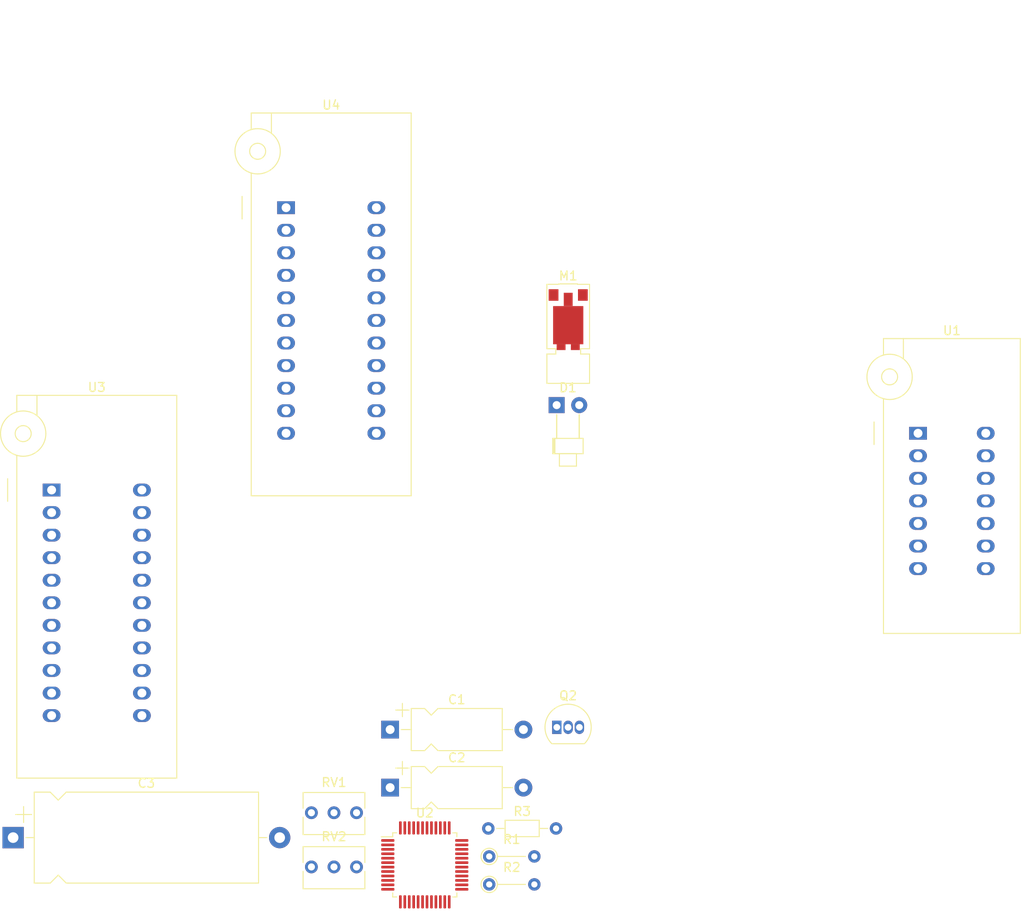
<source format=kicad_pcb>
(kicad_pcb (version 20221018) (generator pcbnew)
  (layers (0 "F.Cu" signal) (31 "B.Cu" signal) (34 "B.Paste" user) (35 "F.Paste" user) (36 "B.SilkS" user "B.Silkscreen") (37 "F.SilkS" user "F.Silkscreen") (38 "B.Mask" user) (39 "F.Mask" user) (44 "Edge.Cuts" user))
  (net 0 "")
  (net 1 "+5V")
  (net 2 "GND")
  (net 3 "Net-(U4A-+)")
  (net 4 "+3V3")
  (net 5 "Net-(D1-K)")
  (net 6 "ENCODER_SIG")
  (net 7 "Net-(M1-Pad1)")
  (net 8 "Net-(Q2-B)")
  (net 9 "Net-(R1-Pad2)")
  (net 10 "Net-(U4A--)")
  (net 48 "SCL")
  (net 49 "SDA")
  (footprint "Resistor_THT:R_Axial_DIN0204_L3.6mm_D1.6mm_P7.62mm_Horizontal" (layer "F.Cu") (at 91.34 130.86)
    (fp_text reference "R3" (at 3.81 -1.92) (layer "F.SilkS"))
    (fp_text value "300R")
    (fp_line (start 0.94 0) (end 1.89 0) (stroke (width 0.12)) (layer "F.SilkS"))
    (fp_line (start 1.89 -0.92) (end 1.89 0.92) (stroke (width 0.12)) (layer "F.SilkS"))
    (fp_line (start 1.89 0.92) (end 5.73 0.92) (stroke (width 0.12)) (layer "F.SilkS"))
    (fp_line (start 5.73 -0.92) (end 1.89 -0.92) (stroke (width 0.12)) (layer "F.SilkS"))
    (fp_line (start 5.73 0.92) (end 5.73 -0.92) (stroke (width 0.12)) (layer "F.SilkS"))
    (fp_line (start 6.68 0) (end 5.73 0) (stroke (width 0.12)) (layer "F.SilkS"))
    (pad "1" thru_hole circle (at 0 0) (size 1.4 1.4) (drill 0.7) (layers "*.Cu" "*.Mask") (net 5 "Net-(D1-K)"))
    (pad "2" thru_hole oval (at 7.62 0) (size 1.4 1.4) (drill 0.7) (layers "*.Cu" "*.Mask") (net 2 "GND"))
  )
  (footprint "Potentiometer_THT:Potentiometer_Bourns_3266Y_Vertical" (layer "F.Cu") (at 76.51 135.19)
    (fp_text reference "RV2" (at -2.54 -3.41) (layer "F.SilkS"))
    (fp_text value "R_Potentiometer_US")
    (fp_line (start -6.015 -2.28) (end -6.015 -0.494) (stroke (width 0.12)) (layer "F.SilkS"))
    (fp_line (start -6.015 -2.28) (end 0.935 -2.28) (stroke (width 0.12)) (layer "F.SilkS"))
    (fp_line (start -6.015 0.496) (end -6.015 2.46) (stroke (width 0.12)) (layer "F.SilkS"))
    (fp_line (start -6.015 2.46) (end 0.935 2.46) (stroke (width 0.12)) (layer "F.SilkS"))
    (fp_line (start 0.935 -2.28) (end 0.935 -0.494) (stroke (width 0.12)) (layer "F.SilkS"))
    (fp_line (start 0.935 0.496) (end 0.935 2.46) (stroke (width 0.12)) (layer "F.SilkS"))
    (pad "1" thru_hole circle (at 0 0) (size 1.44 1.44) (drill 0.8) (layers "*.Cu" "*.Mask") (net 1 "+5V"))
    (pad "2" thru_hole circle (at -2.54 0) (size 1.44 1.44) (drill 0.8) (layers "*.Cu" "*.Mask") (net 7 "Net-(M1-Pad1)"))
    (pad "3" thru_hole circle (at -5.08 0) (size 1.44 1.44) (drill 0.8) (layers "*.Cu" "*.Mask") (net 2 "GND"))
  )
  (footprint "Package_TO_SOT_THT:TO-92_Inline" (layer "F.Cu") (at 99.05 119.47)
    (fp_text reference "Q2" (at 1.27 -3.56) (layer "F.SilkS"))
    (fp_text value "2SC1815")
    (fp_line (start -0.53 1.85) (end 3.07 1.85) (stroke (width 0.12)) (layer "F.SilkS"))
    (fp_arc (start -0.568478 1.838478) (mid -1.132087 -0.994977) (end 1.27 -2.6) (stroke (width 0.12)) (layer "F.SilkS"))
    (fp_arc (start 1.27 -2.6) (mid 3.672087 -0.994977) (end 3.108478 1.838478) (stroke (width 0.12)) (layer "F.SilkS"))
    (pad "1" thru_hole rect (at 0 0) (size 1.05 1.5) (drill 0.75) (layers "*.Cu" "*.Mask") (net 6 "ENCODER_SIG"))
    (pad "2" thru_hole oval (at 1.27 0) (size 1.05 1.5) (drill 0.75) (layers "*.Cu" "*.Mask") (net 4 "+3V3"))
    (pad "3" thru_hole oval (at 2.54 0) (size 1.05 1.5) (drill 0.75) (layers "*.Cu" "*.Mask") (net 8 "Net-(Q2-B)"))
  )
  (footprint "Potentiometer_THT:Potentiometer_Bourns_3266Y_Vertical" (layer "F.Cu") (at 76.51 129.09)
    (fp_text reference "RV1" (at -2.54 -3.41) (layer "F.SilkS"))
    (fp_text value "R_Potentiometer_US")
    (fp_line (start -6.015 -2.28) (end -6.015 -0.494) (stroke (width 0.12)) (layer "F.SilkS"))
    (fp_line (start -6.015 -2.28) (end 0.935 -2.28) (stroke (width 0.12)) (layer "F.SilkS"))
    (fp_line (start -6.015 0.496) (end -6.015 2.46) (stroke (width 0.12)) (layer "F.SilkS"))
    (fp_line (start -6.015 2.46) (end 0.935 2.46) (stroke (width 0.12)) (layer "F.SilkS"))
    (fp_line (start 0.935 -2.28) (end 0.935 -0.494) (stroke (width 0.12)) (layer "F.SilkS"))
    (fp_line (start 0.935 0.496) (end 0.935 2.46) (stroke (width 0.12)) (layer "F.SilkS"))
    (pad "1" thru_hole circle (at 0 0) (size 1.44 1.44) (drill 0.8) (layers "*.Cu" "*.Mask") (net 1 "+5V"))
    (pad "2" thru_hole circle (at -2.54 0) (size 1.44 1.44) (drill 0.8) (layers "*.Cu" "*.Mask") (net 10 "Net-(U4A--)"))
    (pad "3" thru_hole circle (at -5.08 0) (size 1.44 1.44) (drill 0.8) (layers "*.Cu" "*.Mask") (net 2 "GND"))
  )
  (footprint "Socket:DIP_Socket-22_W6.9_W7.62_W10.16_W12.7_W13.5_3M_222-3343-00-0602J" (layer "F.Cu") (at 42.195 92.75)
    (fp_text reference "U3" (at 5.08 -11.56) (layer "F.SilkS"))
    (fp_text value "PCF8574A")
    (fp_line (start -4.95 1.27) (end -4.95 -1.27) (stroke (width 0.12)) (layer "F.SilkS"))
    (fp_line (start -3.92 -10.66) (end -3.92 -8.8) (stroke (width 0.12)) (layer "F.SilkS"))
    (fp_line (start -3.92 -3.9) (end -3.92 32.44) (stroke (width 0.12)) (layer "F.SilkS"))
    (fp_line (start -3.92 32.44) (end 14.08 32.44) (stroke (width 0.12)) (layer "F.SilkS"))
    (fp_line (start -1.65 -10.66) (end -1.65 -8.4) (stroke (width 0.12)) (layer "F.SilkS"))
    (fp_line (start 14.08 -10.66) (end -3.92 -10.66) (stroke (width 0.12)) (layer "F.SilkS"))
    (fp_line (start 14.08 32.44) (end 14.08 -10.66) (stroke (width 0.12)) (layer "F.SilkS"))
    (fp_circle (center -3.2 -6.35) (end -2.3 -6.35) (stroke (width 0.12)) (fill none) (layer "F.SilkS"))
    (fp_circle (center -3.2 -6.35) (end -0.65 -6.35) (stroke (width 0.12)) (fill none) (layer "F.SilkS"))
    (pad "1" thru_hole rect (at 0 0) (size 2 1.44) (drill 1) (layers "*.Cu" "*.Mask"))
    (pad "2" thru_hole oval (at 0 2.54) (size 2 1.44) (drill 1) (layers "*.Cu" "*.Mask"))
    (pad "3" thru_hole oval (at 0 5.08) (size 2 1.44) (drill 1) (layers "*.Cu" "*.Mask"))
    (pad "4" thru_hole oval (at 0 7.62) (size 2 1.44) (drill 1) (layers "*.Cu" "*.Mask"))
    (pad "5" thru_hole oval (at 0 10.16) (size 2 1.44) (drill 1) (layers "*.Cu" "*.Mask"))
    (pad "6" thru_hole oval (at 0 12.7) (size 2 1.44) (drill 1) (layers "*.Cu" "*.Mask"))
    (pad "7" thru_hole oval (at 0 15.24) (size 2 1.44) (drill 1) (layers "*.Cu" "*.Mask"))
    (pad "8" thru_hole oval (at 0 17.78) (size 2 1.44) (drill 1) (layers "*.Cu" "*.Mask") (net 2 "GND"))
    (pad "9" thru_hole oval (at 0 20.32) (size 2 1.44) (drill 1) (layers "*.Cu" "*.Mask"))
    (pad "10" thru_hole oval (at 0 22.86) (size 2 1.44) (drill 1) (layers "*.Cu" "*.Mask"))
    (pad "11" thru_hole oval (at 0 25.4) (size 2 1.44) (drill 1) (layers "*.Cu" "*.Mask"))
    (pad "12" thru_hole oval (at 10.16 25.4) (size 2 1.44) (drill 1) (layers "*.Cu" "*.Mask"))
    (pad "13" thru_hole oval (at 10.16 22.86) (size 2 1.44) (drill 1) (layers "*.Cu" "*.Mask"))
    (pad "14" thru_hole oval (at 10.16 20.32) (size 2 1.44) (drill 1) (layers "*.Cu" "*.Mask") (net 48 "SCL"))
    (pad "15" thru_hole oval (at 10.16 17.78) (size 2 1.44) (drill 1) (layers "*.Cu" "*.Mask") (net 49 "SDA"))
    (pad "16" thru_hole oval (at 10.16 15.24) (size 2 1.44) (drill 1) (layers "*.Cu" "*.Mask") (net 1 "+5V"))
    (pad "17" thru_hole oval (at 10.16 12.7) (size 2 1.44) (drill 1) (layers "*.Cu" "*.Mask"))
    (pad "18" thru_hole oval (at 10.16 10.16) (size 2 1.44) (drill 1) (layers "*.Cu" "*.Mask"))
    (pad "19" thru_hole oval (at 10.16 7.62) (size 2 1.44) (drill 1) (layers "*.Cu" "*.Mask"))
    (pad "20" thru_hole oval (at 10.16 5.08) (size 2 1.44) (drill 1) (layers "*.Cu" "*.Mask"))
    (pad "21" thru_hole oval (at 10.16 2.54) (size 2 1.44) (drill 1) (layers "*.Cu" "*.Mask"))
    (pad "22" thru_hole oval (at 10.16 0) (size 2 1.44) (drill 1) (layers "*.Cu" "*.Mask"))
  )
  (footprint "Capacitor_THT:CP_Axial_L10.0mm_D4.5mm_P15.00mm_Horizontal" (layer "F.Cu") (at 80.29 126.26)
    (fp_text reference "C2" (at 7.5 -3.37) (layer "F.SilkS"))
    (fp_text value "C_Small")
    (fp_line (start 0.63 -2.2) (end 2.13 -2.2) (stroke (width 0.12)) (layer "F.SilkS"))
    (fp_line (start 1.24 0) (end 2.38 0) (stroke (width 0.12)) (layer "F.SilkS"))
    (fp_line (start 1.38 -2.95) (end 1.38 -1.45) (stroke (width 0.12)) (layer "F.SilkS"))
    (fp_line (start 2.38 -2.37) (end 2.38 2.37) (stroke (width 0.12)) (layer "F.SilkS"))
    (fp_line (start 2.38 -2.37) (end 3.88 -2.37) (stroke (width 0.12)) (layer "F.SilkS"))
    (fp_line (start 2.38 2.37) (end 3.88 2.37) (stroke (width 0.12)) (layer "F.SilkS"))
    (fp_line (start 3.88 -2.37) (end 4.63 -1.62) (stroke (width 0.12)) (layer "F.SilkS"))
    (fp_line (start 3.88 2.37) (end 4.63 1.62) (stroke (width 0.12)) (layer "F.SilkS"))
    (fp_line (start 4.63 -1.62) (end 5.38 -2.37) (stroke (width 0.12)) (layer "F.SilkS"))
    (fp_line (start 4.63 1.62) (end 5.38 2.37) (stroke (width 0.12)) (layer "F.SilkS"))
    (fp_line (start 5.38 -2.37) (end 12.62 -2.37) (stroke (width 0.12)) (layer "F.SilkS"))
    (fp_line (start 5.38 2.37) (end 12.62 2.37) (stroke (width 0.12)) (layer "F.SilkS"))
    (fp_line (start 12.62 -2.37) (end 12.62 2.37) (stroke (width 0.12)) (layer "F.SilkS"))
    (fp_line (start 13.76 0) (end 12.62 0) (stroke (width 0.12)) (layer "F.SilkS"))
    (pad "1" thru_hole rect (at 0 0) (size 2 2) (drill 1) (layers "*.Cu" "*.Mask") (net 3 "Net-(U4A-+)"))
    (pad "2" thru_hole oval (at 15 0) (size 2 2) (drill 1) (layers "*.Cu" "*.Mask") (net 2 "GND"))
  )
  (footprint "Resistor_THT:R_Axial_DIN0204_L3.6mm_D1.6mm_P5.08mm_Vertical" (layer "F.Cu") (at 91.44 137.16)
    (fp_text reference "R2" (at 2.54 -1.92) (layer "F.SilkS"))
    (fp_text value "10k")
    (fp_line (start 0.92 0) (end 4.08 0) (stroke (width 0.12)) (layer "F.SilkS"))
    (fp_circle (center 0 0) (end 0.92 0) (stroke (width 0.12)) (fill none) (layer "F.SilkS"))
    (pad "1" thru_hole circle (at 0 0) (size 1.4 1.4) (drill 0.7) (layers "*.Cu" "*.Mask") (net 6 "ENCODER_SIG"))
    (pad "2" thru_hole oval (at 5.08 0) (size 1.4 1.4) (drill 0.7) (layers "*.Cu" "*.Mask") (net 2 "GND"))
  )
  (footprint "LED_THT:LED_D1.8mm_W1.8mm_H2.4mm_Horizontal_O3.81mm_Z4.9mm" (layer "F.Cu") (at 99.03 83.19)
    (fp_text reference "D1" (at 1.27 -1.96) (layer "F.SilkS"))
    (fp_text value "LED")
    (fp_line (start -0.44 3.75) (end -0.44 5.47) (stroke (width 0.12)) (layer "F.SilkS"))
    (fp_line (start -0.44 5.47) (end 2.98 5.47) (stroke (width 0.12)) (layer "F.SilkS"))
    (fp_line (start -0.32 3.75) (end -0.32 5.47) (stroke (width 0.12)) (layer "F.SilkS"))
    (fp_line (start -0.2 3.75) (end -0.2 5.47) (stroke (width 0.12)) (layer "F.SilkS"))
    (fp_line (start 0 1.08) (end 0 1.08) (stroke (width 0.12)) (layer "F.SilkS"))
    (fp_line (start 0 1.08) (end 0 3.75) (stroke (width 0.12)) (layer "F.SilkS"))
    (fp_line (start 0 3.75) (end 0 1.08) (stroke (width 0.12)) (layer "F.SilkS"))
    (fp_line (start 0 3.75) (end 0 3.75) (stroke (width 0.12)) (layer "F.SilkS"))
    (fp_line (start 0.31 5.47) (end 0.31 6.87) (stroke (width 0.12)) (layer "F.SilkS"))
    (fp_line (start 0.31 6.87) (end 2.23 6.87) (stroke (width 0.12)) (layer "F.SilkS"))
    (fp_line (start 2.23 5.47) (end 0.31 5.47) (stroke (width 0.12)) (layer "F.SilkS"))
    (fp_line (start 2.23 6.87) (end 2.23 5.47) (stroke (width 0.12)) (layer "F.SilkS"))
    (fp_line (start 2.54 1.08) (end 2.54 1.08) (stroke (width 0.12)) (layer "F.SilkS"))
    (fp_line (start 2.54 1.08) (end 2.54 3.75) (stroke (width 0.12)) (layer "F.SilkS"))
    (fp_line (start 2.54 3.75) (end 2.54 1.08) (stroke (width 0.12)) (layer "F.SilkS"))
    (fp_line (start 2.54 3.75) (end 2.54 3.75) (stroke (width 0.12)) (layer "F.SilkS"))
    (fp_line (start 2.98 3.75) (end -0.44 3.75) (stroke (width 0.12)) (layer "F.SilkS"))
    (fp_line (start 2.98 5.47) (end 2.98 3.75) (stroke (width 0.12)) (layer "F.SilkS"))
    (pad "1" thru_hole rect (at 0 0) (size 1.8 1.8) (drill 0.9) (layers "*.Cu" "*.Mask") (net 5 "Net-(D1-K)"))
    (pad "2" thru_hole circle (at 2.54 0) (size 1.8 1.8) (drill 0.9) (layers "*.Cu" "*.Mask") (net 6 "ENCODER_SIG"))
  )
  (footprint "Capacitor_THT:CP_Axial_L10.0mm_D4.5mm_P15.00mm_Horizontal" (layer "F.Cu") (at 80.29 119.725)
    (fp_text reference "C1" (at 7.5 -3.37) (layer "F.SilkS"))
    (fp_text value "2000uF")
    (fp_line (start 0.63 -2.2) (end 2.13 -2.2) (stroke (width 0.12)) (layer "F.SilkS"))
    (fp_line (start 1.24 0) (end 2.38 0) (stroke (width 0.12)) (layer "F.SilkS"))
    (fp_line (start 1.38 -2.95) (end 1.38 -1.45) (stroke (width 0.12)) (layer "F.SilkS"))
    (fp_line (start 2.38 -2.37) (end 2.38 2.37) (stroke (width 0.12)) (layer "F.SilkS"))
    (fp_line (start 2.38 -2.37) (end 3.88 -2.37) (stroke (width 0.12)) (layer "F.SilkS"))
    (fp_line (start 2.38 2.37) (end 3.88 2.37) (stroke (width 0.12)) (layer "F.SilkS"))
    (fp_line (start 3.88 -2.37) (end 4.63 -1.62) (stroke (width 0.12)) (layer "F.SilkS"))
    (fp_line (start 3.88 2.37) (end 4.63 1.62) (stroke (width 0.12)) (layer "F.SilkS"))
    (fp_line (start 4.63 -1.62) (end 5.38 -2.37) (stroke (width 0.12)) (layer "F.SilkS"))
    (fp_line (start 4.63 1.62) (end 5.38 2.37) (stroke (width 0.12)) (layer "F.SilkS"))
    (fp_line (start 5.38 -2.37) (end 12.62 -2.37) (stroke (width 0.12)) (layer "F.SilkS"))
    (fp_line (start 5.38 2.37) (end 12.62 2.37) (stroke (width 0.12)) (layer "F.SilkS"))
    (fp_line (start 12.62 -2.37) (end 12.62 2.37) (stroke (width 0.12)) (layer "F.SilkS"))
    (fp_line (start 13.76 0) (end 12.62 0) (stroke (width 0.12)) (layer "F.SilkS"))
    (pad "1" thru_hole rect (at 0 0) (size 2 2) (drill 1) (layers "*.Cu" "*.Mask") (net 1 "+5V"))
    (pad "2" thru_hole oval (at 15 0) (size 2 2) (drill 1) (layers "*.Cu" "*.Mask") (net 2 "GND"))
  )
  (footprint "Package_QFP:LQFP-48_7x7mm_P0.5mm" (layer "F.Cu") (at 84.19 134.96)
    (fp_text reference "U2" (at 0 -5.85) (layer "F.SilkS"))
    (fp_text value "STM32F103C6Tx")
    (fp_line (start -3.61 -3.61) (end -3.61 -3.16) (stroke (width 0.12)) (layer "F.SilkS"))
    (fp_line (start -3.61 -3.16) (end -4.9 -3.16) (stroke (width 0.12)) (layer "F.SilkS"))
    (fp_line (start -3.61 3.61) (end -3.61 3.16) (stroke (width 0.12)) (layer "F.SilkS"))
    (fp_line (start -3.16 -3.61) (end -3.61 -3.61) (stroke (width 0.12)) (layer "F.SilkS"))
    (fp_line (start -3.16 3.61) (end -3.61 3.61) (stroke (width 0.12)) (layer "F.SilkS"))
    (fp_line (start 3.16 -3.61) (end 3.61 -3.61) (stroke (width 0.12)) (layer "F.SilkS"))
    (fp_line (start 3.16 3.61) (end 3.61 3.61) (stroke (width 0.12)) (layer "F.SilkS"))
    (fp_line (start 3.61 -3.61) (end 3.61 -3.16) (stroke (width 0.12)) (layer "F.SilkS"))
    (fp_line (start 3.61 3.61) (end 3.61 3.16) (stroke (width 0.12)) (layer "F.SilkS"))
    (pad "1" smd roundrect (at -4.1625 -2.75) (size 1.475 0.3) (layers "F.Cu" "F.Paste" "F.Mask"))
    (pad "2" smd roundrect (at -4.1625 -2.25) (size 1.475 0.3) (layers "F.Cu" "F.Paste" "F.Mask"))
    (pad "3" smd roundrect (at -4.1625 -1.75) (size 1.475 0.3) (layers "F.Cu" "F.Paste" "F.Mask"))
    (pad "4" smd roundrect (at -4.1625 -1.25) (size 1.475 0.3) (layers "F.Cu" "F.Paste" "F.Mask"))
    (pad "5" smd roundrect (at -4.1625 -0.75) (size 1.475 0.3) (layers "F.Cu" "F.Paste" "F.Mask"))
    (pad "6" smd roundrect (at -4.1625 -0.25) (size 1.475 0.3) (layers "F.Cu" "F.Paste" "F.Mask"))
    (pad "7" smd roundrect (at -4.1625 0.25) (size 1.475 0.3) (layers "F.Cu" "F.Paste" "F.Mask"))
    (pad "8" smd roundrect (at -4.1625 0.75) (size 1.475 0.3) (layers "F.Cu" "F.Paste" "F.Mask") (net 2 "GND"))
    (pad "9" smd roundrect (at -4.1625 1.25) (size 1.475 0.3) (layers "F.Cu" "F.Paste" "F.Mask") (net 4 "+3V3"))
    (pad "10" smd roundrect (at -4.1625 1.75) (size 1.475 0.3) (layers "F.Cu" "F.Paste" "F.Mask"))
    (pad "11" smd roundrect (at -4.1625 2.25) (size 1.475 0.3) (layers "F.Cu" "F.Paste" "F.Mask"))
    (pad "12" smd roundrect (at -4.1625 2.75) (size 1.475 0.3) (layers "F.Cu" "F.Paste" "F.Mask"))
    (pad "13" smd roundrect (at -2.75 4.1625) (size 0.3 1.475) (layers "F.Cu" "F.Paste" "F.Mask"))
    (pad "14" smd roundrect (at -2.25 4.1625) (size 0.3 1.475) (layers "F.Cu" "F.Paste" "F.Mask"))
    (pad "15" smd roundrect (at -1.75 4.1625) (size 0.3 1.475) (layers "F.Cu" "F.Paste" "F.Mask"))
    (pad "16" smd roundrect (at -1.25 4.1625) (size 0.3 1.475) (layers "F.Cu" "F.Paste" "F.Mask"))
    (pad "17" smd roundrect (at -0.75 4.1625) (size 0.3 1.475) (layers "F.Cu" "F.Paste" "F.Mask"))
    (pad "18" smd roundrect (at -0.25 4.1625) (size 0.3 1.475) (layers "F.Cu" "F.Paste" "F.Mask"))
    (pad "19" smd roundrect (at 0.25 4.1625) (size 0.3 1.475) (layers "F.Cu" "F.Paste" "F.Mask"))
    (pad "20" smd roundrect (at 0.75 4.1625) (size 0.3 1.475) (layers "F.Cu" "F.Paste" "F.Mask"))
    (pad "21" smd roundrect (at 1.25 4.1625) (size 0.3 1.475) (layers "F.Cu" "F.Paste" "F.Mask"))
    (pad "22" smd roundrect (at 1.75 4.1625) (size 0.3 1.475) (layers "F.Cu" "F.Paste" "F.Mask"))
    (pad "23" smd roundrect (at 2.25 4.1625) (size 0.3 1.475) (layers "F.Cu" "F.Paste" "F.Mask") (net 2 "GND"))
    (pad "24" smd roundrect (at 2.75 4.1625) (size 0.3 1.475) (layers "F.Cu" "F.Paste" "F.Mask") (net 4 "+3V3"))
    (pad "25" smd roundrect (at 4.1625 2.75) (size 1.475 0.3) (layers "F.Cu" "F.Paste" "F.Mask"))
    (pad "26" smd roundrect (at 4.1625 2.25) (size 1.475 0.3) (layers "F.Cu" "F.Paste" "F.Mask"))
    (pad "27" smd roundrect (at 4.1625 1.75) (size 1.475 0.3) (layers "F.Cu" "F.Paste" "F.Mask"))
    (pad "28" smd roundrect (at 4.1625 1.25) (size 1.475 0.3) (layers "F.Cu" "F.Paste" "F.Mask"))
    (pad "29" smd roundrect (at 4.1625 0.75) (size 1.475 0.3) (layers "F.Cu" "F.Paste" "F.Mask"))
    (pad "30" smd roundrect (at 4.1625 0.25) (size 1.475 0.3) (layers "F.Cu" "F.Paste" "F.Mask"))
    (pad "31" smd roundrect (at 4.1625 -0.25) (size 1.475 0.3) (layers "F.Cu" "F.Paste" "F.Mask"))
    (pad "32" smd roundrect (at 4.1625 -0.75) (size 1.475 0.3) (layers "F.Cu" "F.Paste" "F.Mask"))
    (pad "33" smd roundrect (at 4.1625 -1.25) (size 1.475 0.3) (layers "F.Cu" "F.Paste" "F.Mask"))
    (pad "34" smd roundrect (at 4.1625 -1.75) (size 1.475 0.3) (layers "F.Cu" "F.Paste" "F.Mask"))
    (pad "35" smd roundrect (at 4.1625 -2.25) (size 1.475 0.3) (layers "F.Cu" "F.Paste" "F.Mask") (net 2 "GND"))
    (pad "36" smd roundrect (at 4.1625 -2.75) (size 1.475 0.3) (layers "F.Cu" "F.Paste" "F.Mask") (net 4 "+3V3"))
    (pad "37" smd roundrect (at 2.75 -4.1625) (size 0.3 1.475) (layers "F.Cu" "F.Paste" "F.Mask"))
    (pad "38" smd roundrect (at 2.25 -4.1625) (size 0.3 1.475) (layers "F.Cu" "F.Paste" "F.Mask"))
    (pad "39" smd roundrect (at 1.75 -4.1625) (size 0.3 1.475) (layers "F.Cu" "F.Paste" "F.Mask") (net 6 "ENCODER_SIG"))
    (pad "40" smd roundrect (at 1.25 -4.1625) (size 0.3 1.475) (layers "F.Cu" "F.Paste" "F.Mask"))
    (pad "41" smd roundrect (at 0.75 -4.1625) (size 0.3 1.475) (layers "F.Cu" "F.Paste" "F.Mask"))
    (pad "42" smd roundrect (at 0.25 -4.1625) (size 0.3 1.475) (layers "F.Cu" "F.Paste" "F.Mask") (net 48 "SCL"))
    (pad "43" smd roundrect (at -0.25 -4.1625) (size 0.3 1.475) (layers "F.Cu" "F.Paste" "F.Mask") (net 49 "SDA"))
    (pad "44" smd roundrect (at -0.75 -4.1625) (size 0.3 1.475) (layers "F.Cu" "F.Paste" "F.Mask"))
    (pad "45" smd roundrect (at -1.25 -4.1625) (size 0.3 1.475) (layers "F.Cu" "F.Paste" "F.Mask"))
    (pad "46" smd roundrect (at -1.75 -4.1625) (size 0.3 1.475) (layers "F.Cu" "F.Paste" "F.Mask"))
    (pad "47" smd roundrect (at -2.25 -4.1625) (size 0.3 1.475) (layers "F.Cu" "F.Paste" "F.Mask") (net 2 "GND"))
    (pad "48" smd roundrect (at -2.75 -4.1625) (size 0.3 1.475) (layers "F.Cu" "F.Paste" "F.Mask") (net 4 "+3V3"))
  )
  (footprint "Socket:DIP_Socket-14_W4.3_W5.08_W7.62_W10.16_W10.9_3M_214-3339-00-0602J" (layer "F.Cu") (at 139.7 86.36)
    (fp_text reference "U1" (at 3.81 -11.56) (layer "F.SilkS"))
    (fp_text value "RC4558")
    (fp_line (start -4.95 1.27) (end -4.95 -1.27) (stroke (width 0.12)) (layer "F.SilkS"))
    (fp_line (start -3.89 -10.66) (end -3.89 -8.8) (stroke (width 0.12)) (layer "F.SilkS"))
    (fp_line (start -3.89 -3.9) (end -3.89 22.54) (stroke (width 0.12)) (layer "F.SilkS"))
    (fp_line (start -3.89 22.54) (end 11.51 22.54) (stroke (width 0.12)) (layer "F.SilkS"))
    (fp_line (start -1.65 -10.66) (end -1.65 -8.4) (stroke (width 0.12)) (layer "F.SilkS"))
    (fp_line (start 11.51 -10.66) (end -3.89 -10.66) (stroke (width 0.12)) (layer "F.SilkS"))
    (fp_line (start 11.51 22.54) (end 11.51 -10.66) (stroke (width 0.12)) (layer "F.SilkS"))
    (fp_circle (center -3.2 -6.35) (end -2.3 -6.35) (stroke (width 0.12)) (fill none) (layer "F.SilkS"))
    (fp_circle (center -3.2 -6.35) (end -0.65 -6.35) (stroke (width 0.12)) (fill none) (layer "F.SilkS"))
    (pad "1" thru_hole rect (at 0 0) (size 2 1.44) (drill 1) (layers "*.Cu" "*.Mask"))
    (pad "2" thru_hole oval (at 0 2.54) (size 2 1.44) (drill 1) (layers "*.Cu" "*.Mask"))
    (pad "3" thru_hole oval (at 0 5.08) (size 2 1.44) (drill 1) (layers "*.Cu" "*.Mask"))
    (pad "4" thru_hole oval (at 0 7.62) (size 2 1.44) (drill 1) (layers "*.Cu" "*.Mask") (net 2 "GND"))
    (pad "5" thru_hole oval (at 0 10.16) (size 2 1.44) (drill 1) (layers "*.Cu" "*.Mask"))
    (pad "6" thru_hole oval (at 0 12.7) (size 2 1.44) (drill 1) (layers "*.Cu" "*.Mask"))
    (pad "7" thru_hole oval (at 0 15.24) (size 2 1.44) (drill 1) (layers "*.Cu" "*.Mask"))
    (pad "8" thru_hole oval (at 7.62 15.24) (size 2 1.44) (drill 1) (layers "*.Cu" "*.Mask") (net 1 "+5V"))
    (pad "9" thru_hole oval (at 7.62 12.7) (size 2 1.44) (drill 1) (layers "*.Cu" "*.Mask"))
    (pad "10" thru_hole oval (at 7.62 10.16) (size 2 1.44) (drill 1) (layers "*.Cu" "*.Mask"))
    (pad "11" thru_hole oval (at 7.62 7.62) (size 2 1.44) (drill 1) (layers "*.Cu" "*.Mask"))
    (pad "12" thru_hole oval (at 7.62 5.08) (size 2 1.44) (drill 1) (layers "*.Cu" "*.Mask"))
    (pad "13" thru_hole oval (at 7.62 2.54) (size 2 1.44) (drill 1) (layers "*.Cu" "*.Mask"))
    (pad "14" thru_hole oval (at 7.62 0) (size 2 1.44) (drill 1) (layers "*.Cu" "*.Mask"))
  )
  (footprint "Socket:DIP_Socket-22_W6.9_W7.62_W10.16_W12.7_W13.5_3M_222-3343-00-0602J" (layer "F.Cu") (at 68.58 60.96)
    (fp_text reference "U4" (at 5.08 -11.56) (layer "F.SilkS"))
    (fp_text value "RC4558")
    (fp_line (start -4.95 1.27) (end -4.95 -1.27) (stroke (width 0.12)) (layer "F.SilkS"))
    (fp_line (start -3.92 -10.66) (end -3.92 -8.8) (stroke (width 0.12)) (layer "F.SilkS"))
    (fp_line (start -3.92 -3.9) (end -3.92 32.44) (stroke (width 0.12)) (layer "F.SilkS"))
    (fp_line (start -3.92 32.44) (end 14.08 32.44) (stroke (width 0.12)) (layer "F.SilkS"))
    (fp_line (start -1.65 -10.66) (end -1.65 -8.4) (stroke (width 0.12)) (layer "F.SilkS"))
    (fp_line (start 14.08 -10.66) (end -3.92 -10.66) (stroke (width 0.12)) (layer "F.SilkS"))
    (fp_line (start 14.08 32.44) (end 14.08 -10.66) (stroke (width 0.12)) (layer "F.SilkS"))
    (fp_circle (center -3.2 -6.35) (end -2.3 -6.35) (stroke (width 0.12)) (fill none) (layer "F.SilkS"))
    (fp_circle (center -3.2 -6.35) (end -0.65 -6.35) (stroke (width 0.12)) (fill none) (layer "F.SilkS"))
    (pad "1" thru_hole rect (at 0 0) (size 2 1.44) (drill 1) (layers "*.Cu" "*.Mask") (net 9 "Net-(R1-Pad2)"))
    (pad "2" thru_hole oval (at 0 2.54) (size 2 1.44) (drill 1) (layers "*.Cu" "*.Mask") (net 10 "Net-(U4A--)"))
    (pad "3" thru_hole oval (at 0 5.08) (size 2 1.44) (drill 1) (layers "*.Cu" "*.Mask") (net 3 "Net-(U4A-+)"))
    (pad "4" thru_hole oval (at 0 7.62) (size 2 1.44) (drill 1) (layers "*.Cu" "*.Mask"))
    (pad "5" thru_hole oval (at 0 10.16) (size 2 1.44) (drill 1) (layers "*.Cu" "*.Mask"))
    (pad "6" thru_hole oval (at 0 12.7) (size 2 1.44) (drill 1) (layers "*.Cu" "*.Mask"))
    (pad "7" thru_hole oval (at 0 15.24) (size 2 1.44) (drill 1) (layers "*.Cu" "*.Mask"))
    (pad "8" thru_hole oval (at 0 17.78) (size 2 1.44) (drill 1) (layers "*.Cu" "*.Mask"))
    (pad "9" thru_hole oval (at 0 20.32) (size 2 1.44) (drill 1) (layers "*.Cu" "*.Mask"))
    (pad "10" thru_hole oval (at 0 22.86) (size 2 1.44) (drill 1) (layers "*.Cu" "*.Mask"))
    (pad "11" thru_hole oval (at 0 25.4) (size 2 1.44) (drill 1) (layers "*.Cu" "*.Mask"))
    (pad "12" thru_hole oval (at 10.16 25.4) (size 2 1.44) (drill 1) (layers "*.Cu" "*.Mask"))
    (pad "13" thru_hole oval (at 10.16 22.86) (size 2 1.44) (drill 1) (layers "*.Cu" "*.Mask"))
    (pad "14" thru_hole oval (at 10.16 20.32) (size 2 1.44) (drill 1) (layers "*.Cu" "*.Mask"))
    (pad "15" thru_hole oval (at 10.16 17.78) (size 2 1.44) (drill 1) (layers "*.Cu" "*.Mask"))
    (pad "16" thru_hole oval (at 10.16 15.24) (size 2 1.44) (drill 1) (layers "*.Cu" "*.Mask"))
    (pad "17" thru_hole oval (at 10.16 12.7) (size 2 1.44) (drill 1) (layers "*.Cu" "*.Mask"))
    (pad "18" thru_hole oval (at 10.16 10.16) (size 2 1.44) (drill 1) (layers "*.Cu" "*.Mask"))
    (pad "19" thru_hole oval (at 10.16 7.62) (size 2 1.44) (drill 1) (layers "*.Cu" "*.Mask"))
    (pad "20" thru_hole oval (at 10.16 5.08) (size 2 1.44) (drill 1) (layers "*.Cu" "*.Mask"))
    (pad "21" thru_hole oval (at 10.16 2.54) (size 2 1.44) (drill 1) (layers "*.Cu" "*.Mask"))
    (pad "22" thru_hole oval (at 10.16 0) (size 2 1.44) (drill 1) (layers "*.Cu" "*.Mask"))
  )
  (footprint "Resistor_THT:R_Axial_DIN0204_L3.6mm_D1.6mm_P5.08mm_Vertical" (layer "F.Cu") (at 91.44 134.01)
    (fp_text reference "R1" (at 2.54 -1.92) (layer "F.SilkS"))
    (fp_text value "57k")
    (fp_line (start 0.92 0) (end 4.08 0) (stroke (width 0.12)) (layer "F.SilkS"))
    (fp_circle (center 0 0) (end 0.92 0) (stroke (width 0.12)) (fill none) (layer "F.SilkS"))
    (pad "1" thru_hole circle (at 0 0) (size 1.4 1.4) (drill 0.7) (layers "*.Cu" "*.Mask") (net 8 "Net-(Q2-B)"))
    (pad "2" thru_hole oval (at 5.08 0) (size 1.4 1.4) (drill 0.7) (layers "*.Cu" "*.Mask") (net 9 "Net-(R1-Pad2)"))
  )
  (footprint "Capacitor_THT:CP_Axial_L25.0mm_D10.0mm_P30.00mm_Horizontal" (layer "F.Cu") (at 37.86 131.89)
    (fp_text reference "C3" (at 15 -6.12) (layer "F.SilkS"))
    (fp_text value "2000uF")
    (fp_line (start 0.28 -2.6) (end 2.08 -2.6) (stroke (width 0.12)) (layer "F.SilkS"))
    (fp_line (start 1.18 -3.5) (end 1.18 -1.7) (stroke (width 0.12)) (layer "F.SilkS"))
    (fp_line (start 1.44 0) (end 2.38 0) (stroke (width 0.12)) (layer "F.SilkS"))
    (fp_line (start 2.38 -5.12) (end 2.38 5.12) (stroke (width 0.12)) (layer "F.SilkS"))
    (fp_line (start 2.38 -5.12) (end 4.18 -5.12) (stroke (width 0.12)) (layer "F.SilkS"))
    (fp_line (start 2.38 5.12) (end 4.18 5.12) (stroke (width 0.12)) (layer "F.SilkS"))
    (fp_line (start 4.18 -5.12) (end 5.08 -4.22) (stroke (width 0.12)) (layer "F.SilkS"))
    (fp_line (start 4.18 5.12) (end 5.08 4.22) (stroke (width 0.12)) (layer "F.SilkS"))
    (fp_line (start 5.08 -4.22) (end 5.98 -5.12) (stroke (width 0.12)) (layer "F.SilkS"))
    (fp_line (start 5.08 4.22) (end 5.98 5.12) (stroke (width 0.12)) (layer "F.SilkS"))
    (fp_line (start 5.98 -5.12) (end 27.62 -5.12) (stroke (width 0.12)) (layer "F.SilkS"))
    (fp_line (start 5.98 5.12) (end 27.62 5.12) (stroke (width 0.12)) (layer "F.SilkS"))
    (fp_line (start 27.62 -5.12) (end 27.62 5.12) (stroke (width 0.12)) (layer "F.SilkS"))
    (fp_line (start 28.56 0) (end 27.62 0) (stroke (width 0.12)) (layer "F.SilkS"))
    (pad "1" thru_hole rect (at 0 0) (size 2.4 2.4) (drill 1.2) (layers "*.Cu" "*.Mask") (net 4 "+3V3"))
    (pad "2" thru_hole oval (at 30 0) (size 2.4 2.4) (drill 1.2) (layers "*.Cu" "*.Mask") (net 2 "GND"))
  )
  (footprint "Motors:Vybronics_VZ30C1T8219732L" (layer "F.Cu") (at 100.33 75.14)
    (fp_text reference "M1" (at 0 -6.5) (layer "F.SilkS"))
    (fp_text value "Motor_AC")
    (fp_line (start -2.4 -5.55) (end -1.05 -5.55) (stroke (width 0.12)) (layer "F.SilkS"))
    (fp_line (start -2.4 -5.2) (end -2.4 -5.55) (stroke (width 0.12)) (layer "F.SilkS"))
    (fp_line (start -2.4 1.7) (end -2.4 -5.2) (stroke (width 0.12)) (layer "F.SilkS"))
    (fp_line (start -2.4 2.3) (end -1.4 2.3) (stroke (width 0.12)) (layer "F.SilkS"))
    (fp_line (start -2.4 5.6) (end -2.4 2.3) (stroke (width 0.12)) (layer "F.SilkS"))
    (fp_line (start -1.4 1.7) (end -2.4 1.7) (stroke (width 0.12)) (layer "F.SilkS"))
    (fp_line (start -1.4 2.3) (end -1.4 1.7) (stroke (width 0.12)) (layer "F.SilkS"))
    (fp_line (start -1.05 -5.6) (end 1.05 -5.6) (stroke (width 0.12)) (layer "F.SilkS"))
    (fp_line (start -1.05 -5.55) (end -1.05 -5.6) (stroke (width 0.12)) (layer "F.SilkS"))
    (fp_line (start 1.05 -5.6) (end 1.05 -5.55) (stroke (width 0.12)) (layer "F.SilkS"))
    (fp_line (start 1.05 -5.55) (end 2.4 -5.55) (stroke (width 0.12)) (layer "F.SilkS"))
    (fp_line (start 1.4 1.7) (end 1.4 2.3) (stroke (width 0.12)) (layer "F.SilkS"))
    (fp_line (start 1.4 2.3) (end 2.4 2.3) (stroke (width 0.12)) (layer "F.SilkS"))
    (fp_line (start 2.4 -5.55) (end 2.4 -5.2) (stroke (width 0.12)) (layer "F.SilkS"))
    (fp_line (start 2.4 -5.2) (end 2.4 1.7) (stroke (width 0.12)) (layer "F.SilkS"))
    (fp_line (start 2.4 1.7) (end 1.4 1.7) (stroke (width 0.12)) (layer "F.SilkS"))
    (fp_line (start 2.4 2.3) (end 2.4 5.6) (stroke (width 0.12)) (layer "F.SilkS"))
    (fp_line (start 2.4 5.6) (end -2.4 5.6) (stroke (width 0.12)) (layer "F.SilkS"))
    (pad "1" smd rect (at -1.65 -4.35 270) (size 1.3 1.1) (layers "F.Cu" "F.Paste" "F.Mask") (net 7 "Net-(M1-Pad1)"))
    (pad "2" smd rect (at 1.65 -4.35 270) (size 1.3 1.1) (layers "F.Cu" "F.Paste" "F.Mask") (net 3 "Net-(U4A-+)"))
    (pad "SH" smd rect (at -0.8 1.525) (size 1 0.65) (layers "F.Cu" "F.Paste" "F.Mask"))
    (pad "SH" smd rect (at 0 -3.85 270) (size 1.5 1) (layers "F.Cu" "F.Paste" "F.Mask"))
    (pad "SH" smd rect (at 0 -0.95 270) (size 4.3 3.4) (layers "F.Cu" "F.Mask"))
    (pad "SH" smd rect (at 0.8 1.525) (size 1 0.65) (layers "F.Cu" "F.Paste" "F.Mask"))
  )
)
</source>
